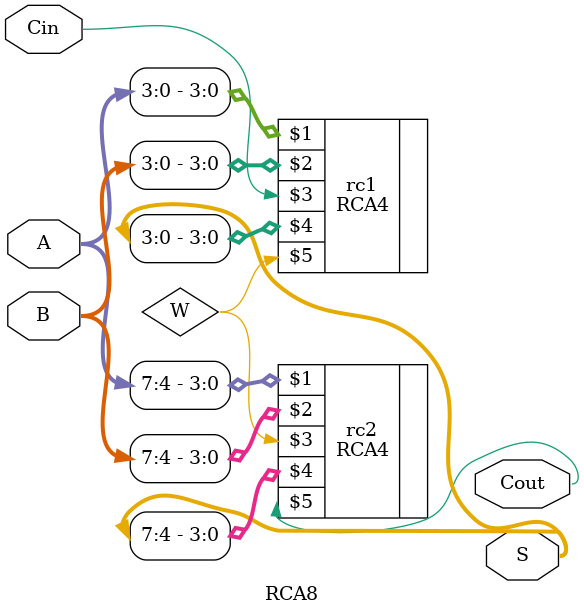
<source format=v>
`timescale 1ns / 1ps

module RCA8(input [7:0] A, B, input Cin, output [7:0] S, output Cout);
    wire w;
    
    RCA4 rc1(A[3:0], B[3:0], Cin, S[3:0], W);
    RCA4 rc2(A[7:4], B[7:4], W, S[7:4], Cout);
    
    
endmodule

</source>
